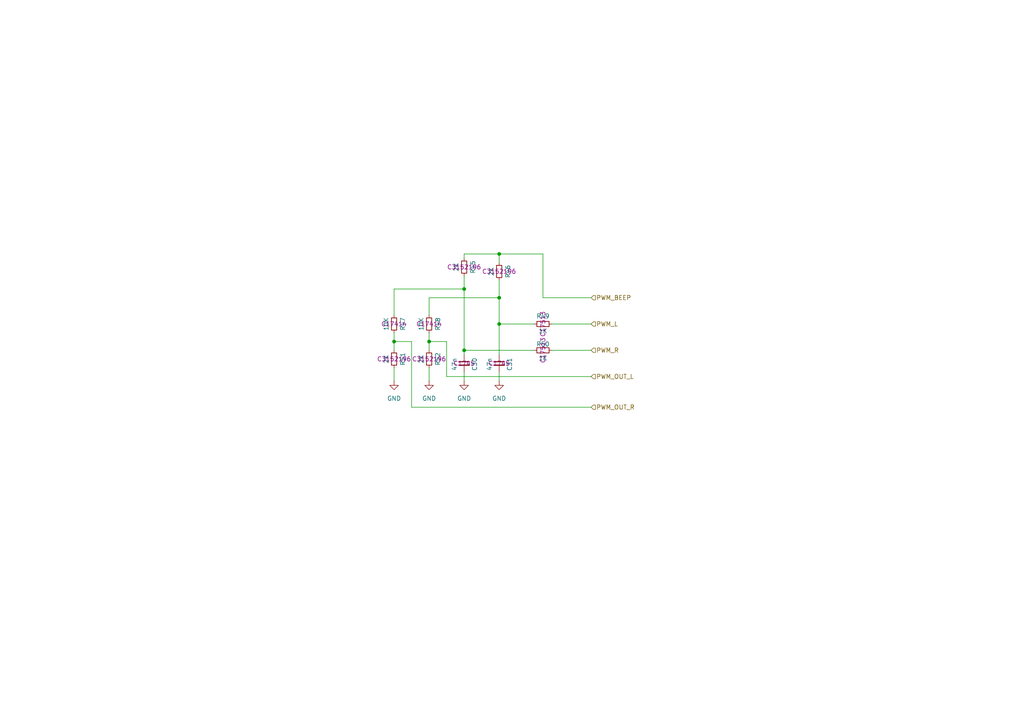
<source format=kicad_sch>
(kicad_sch (version 20250114) (generator "eeschema") (generator_version "9.0")
  (paper "A4")
  (title_block (title "MiniFRANK RM24") (date "2025-04-09") (rev "${VERSION}") (company "Mikhail Matveev") (comment 1 "https://github.com/xtremespb/frank"))
  (lib_symbols
    (symbol "Device:C_Small" (pin_numbers (hide yes)) (pin_names (offset 0.254) (hide yes))
      (property "Reference" "C" (at 0.254 1.778 0))
      (property "Value" "C_Small" (at 0.254 -2.032 0))
      (symbol "C_Small_0_1"
        (polyline (pts (xy -1.524 0.508) (xy 1.524 0.508)) (stroke (width 0.3048)))
        (polyline (pts (xy -1.524 -0.508) (xy 1.524 -0.508)) (stroke (width 0.3302)))
      )
      (symbol "C_Small_1_1"
        (pin passive line (at 0 2.54 270) (length 2.032) (name "~") (number "1"))
        (pin passive line (at 0 -2.54 90) (length 2.032) (name "~") (number "2"))
      )
    )
    (symbol "Device:R_Small" (pin_numbers (hide yes)) (pin_names (offset 0.254) (hide yes))
      (property "Reference" "R" (at 0.762 0.508 0))
      (property "Value" "R_Small" (at 0.762 -1.016 0))
      (symbol "R_Small_0_1"
        (rectangle (start -0.762 1.778) (end 0.762 -1.778) (stroke (width 0.2032)))
      )
      (symbol "R_Small_1_1"
        (pin passive line (at 0 2.54 270) (length 0.762) (name "~") (number "1"))
        (pin passive line (at 0 -2.54 90) (length 0.762) (name "~") (number "2"))
      )
    )
    (symbol "power:GND" (power) (pin_numbers (hide yes)) (pin_names (offset 0) (hide yes))
      (property "Value" "GND" (at 0 -3.81 0))
      (symbol "GND_0_1"
        (polyline (pts (xy 0 0) (xy 0 -1.27) (xy 1.27 -1.27) (xy 0 -2.54) (xy -1.27 -1.27) (xy 0 -1.27)))
      )
      (symbol "GND_1_1"
        (pin power_in line (at 0 0 270) (length 0) (name "~") (number "1"))
      )
    )
  )
  (junction (at 134.62 101.6))
  (junction (at 144.78 73.66))
  (junction (at 134.62 83.82))
  (junction (at 144.78 86.36))
  (junction (at 124.46 99.06))
  (junction (at 114.3 99.06))
  (junction (at 144.78 93.98))
  (wire (pts (xy 144.78 86.36) (xy 144.78 93.98)))
  (wire (pts (xy 119.38 118.11) (xy 171.45 118.11)))
  (wire (pts (xy 160.02 101.6) (xy 171.45 101.6)))
  (wire (pts (xy 119.38 99.06) (xy 119.38 118.11)))
  (wire (pts (xy 134.62 107.95) (xy 134.62 110.49)))
  (wire (pts (xy 134.62 101.6) (xy 154.94 101.6)))
  (wire (pts (xy 124.46 99.06) (xy 124.46 101.6)))
  (wire (pts (xy 134.62 73.66) (xy 144.78 73.66)))
  (wire (pts (xy 157.48 86.36) (xy 171.45 86.36)))
  (wire (pts (xy 114.3 106.68) (xy 114.3 110.49)))
  (wire (pts (xy 144.78 73.66) (xy 157.48 73.66)))
  (wire (pts (xy 144.78 86.36) (xy 124.46 86.36)))
  (wire (pts (xy 114.3 99.06) (xy 114.3 101.6)))
  (wire (pts (xy 157.48 73.66) (xy 157.48 86.36)))
  (wire (pts (xy 144.78 76.2) (xy 144.78 73.66)))
  (wire (pts (xy 160.02 93.98) (xy 171.45 93.98)))
  (wire (pts (xy 124.46 106.68) (xy 124.46 110.49)))
  (wire (pts (xy 129.54 99.06) (xy 129.54 109.22)))
  (wire (pts (xy 124.46 99.06) (xy 129.54 99.06)))
  (wire (pts (xy 134.62 80.01) (xy 134.62 83.82)))
  (wire (pts (xy 134.62 83.82) (xy 134.62 101.6)))
  (wire (pts (xy 144.78 81.28) (xy 144.78 86.36)))
  (wire (pts (xy 134.62 74.93) (xy 134.62 73.66)))
  (wire (pts (xy 124.46 86.36) (xy 124.46 91.44)))
  (wire (pts (xy 129.54 109.22) (xy 171.45 109.22)))
  (wire (pts (xy 144.78 93.98) (xy 154.94 93.98)))
  (wire (pts (xy 144.78 107.95) (xy 144.78 110.49)))
  (wire (pts (xy 134.62 101.6) (xy 134.62 102.87)))
  (wire (pts (xy 114.3 96.52) (xy 114.3 99.06)))
  (wire (pts (xy 114.3 99.06) (xy 119.38 99.06)))
  (wire (pts (xy 114.3 83.82) (xy 134.62 83.82)))
  (wire (pts (xy 124.46 96.52) (xy 124.46 99.06)))
  (wire (pts (xy 114.3 91.44) (xy 114.3 83.82)))
  (wire (pts (xy 144.78 93.98) (xy 144.78 102.87)))
  (hierarchical_label "PWM_OUT_L" (shape input) (at 171.45 109.22 0))
  (hierarchical_label "PWM_L" (shape input) (at 171.45 93.98 0))
  (hierarchical_label "PWM_BEEP" (shape input) (at 171.45 86.36 0))
  (hierarchical_label "PWM_OUT_R" (shape input) (at 171.45 118.11 0))
  (hierarchical_label "PWM_R" (shape input) (at 171.45 101.6 0))
  (symbol (lib_id "Device:R_Small") (at 157.48 93.98 90) (unit 1)
    (property "Reference" "R49" (at 157.48 91.694 90))
    (property "Value" "1K" (at 157.48 96.012 90))
    (property "Footprint" "FRANK:Resistor (0805)" (effects (hide yes)))
    (property "Datasheet" "https://www.vishay.com/docs/28952/mcs0402at-mct0603at-mcu0805at-mca1206at.pdf" (effects (hide yes)))
    (property "Description" "Resistor, small symbol" (effects (hide yes)))
    (property "AliExpress" "https://www.aliexpress.com/item/1005005945735199.html" (effects (hide yes)))
    (property "LCSC" "C17513" (at 157.48 93.98 0))
  )
  (symbol (lib_id "Device:R_Small") (at 157.48 101.6 90) (unit 1)
    (property "Reference" "R50" (at 157.48 99.822 90))
    (property "Value" "1K" (at 157.48 103.886 90))
    (property "Footprint" "FRANK:Resistor (0805)" (effects (hide yes)))
    (property "Datasheet" "https://www.vishay.com/docs/28952/mcs0402at-mct0603at-mcu0805at-mca1206at.pdf" (effects (hide yes)))
    (property "Description" "Resistor, small symbol" (effects (hide yes)))
    (property "AliExpress" "https://www.aliexpress.com/item/1005005945735199.html" (effects (hide yes)))
    (property "LCSC" "C17513" (at 157.48 101.6 0))
  )
  (symbol (lib_id "Device:R_Small") (at 144.78 78.74 0) (unit 1)
    (property "Reference" "R46" (at 147.32 78.74 90))
    (property "Value" "2K" (at 142.494 78.74 90))
    (property "Footprint" "FRANK:Resistor (0805)" (effects (hide yes)))
    (property "Datasheet" "https://www.vishay.com/docs/28952/mcs0402at-mct0603at-mcu0805at-mca1206at.pdf" (effects (hide yes)))
    (property "Description" "Resistor, small symbol" (effects (hide yes)))
    (property "AliExpress" "https://www.aliexpress.com/item/1005005945735199.html" (effects (hide yes)))
    (property "LCSC" "C3152196" (at 144.78 78.74 0))
  )
  (symbol (lib_id "Device:R_Small") (at 134.62 77.47 0) (unit 1)
    (property "Reference" "R45" (at 137.16 77.47 90))
    (property "Value" "2K" (at 132.334 77.47 90))
    (property "Footprint" "FRANK:Resistor (0805)" (effects (hide yes)))
    (property "Datasheet" "https://www.vishay.com/docs/28952/mcs0402at-mct0603at-mcu0805at-mca1206at.pdf" (effects (hide yes)))
    (property "Description" "Resistor, small symbol" (effects (hide yes)))
    (property "AliExpress" "https://www.aliexpress.com/item/1005005945735199.html" (effects (hide yes)))
    (property "LCSC" "C3152196" (at 134.62 77.47 0))
  )
  (symbol (lib_id "Device:C_Small") (at 134.62 105.41 0) (unit 1)
    (property "Reference" "C30" (at 137.668 105.664 90))
    (property "Value" "47n" (at 131.826 105.664 90))
    (property "Footprint" "FRANK:Capacitor (0805)" (effects (hide yes)))
    (property "Datasheet" "https://eu.mouser.com/datasheet/2/40/KGM_X7R-3223212.pdf" (effects (hide yes)))
    (property "Description" "Unpolarized capacitor, small symbol" (effects (hide yes)))
    (property "AliExpress" "https://www.aliexpress.com/item/33008008276.html" (effects (hide yes)))
    (property "LCSC" "C1745" (at 134.62 105.41 0))
  )
  (symbol (lib_id "power:GND") (at 134.62 110.49 0) (unit 1)
    (property "Reference" "#PWR073" (effects (hide yes)))
    (property "Value" "GND" (at 134.62 115.57 0))
    (property "Description" "Power symbol creates a global label with name \"GND\" , ground" (effects (hide yes)))
  )
  (symbol (lib_id "power:GND") (at 114.3 110.49 0) (unit 1)
    (property "Reference" "#PWR071" (effects (hide yes)))
    (property "Value" "GND" (at 114.3 115.57 0))
    (property "Description" "Power symbol creates a global label with name \"GND\" , ground" (effects (hide yes)))
  )
  (symbol (lib_id "Device:R_Small") (at 124.46 93.98 0) (unit 1)
    (property "Reference" "R48" (at 127 93.98 90))
    (property "Value" "10K" (at 122.174 93.98 90))
    (property "Footprint" "FRANK:Resistor (0805)" (effects (hide yes)))
    (property "Datasheet" "https://www.vishay.com/docs/28952/mcs0402at-mct0603at-mcu0805at-mca1206at.pdf" (effects (hide yes)))
    (property "Description" "Resistor, small symbol" (effects (hide yes)))
    (property "AliExpress" "https://www.aliexpress.com/item/1005005945735199.html" (effects (hide yes)))
    (property "LCSC" "C17414" (at 124.46 93.98 0))
  )
  (symbol (lib_id "Device:R_Small") (at 124.46 104.14 0) (unit 1)
    (property "Reference" "R52" (at 127 104.14 90))
    (property "Value" "2K" (at 122.174 104.14 90))
    (property "Footprint" "FRANK:Resistor (0805)" (effects (hide yes)))
    (property "Datasheet" "https://www.vishay.com/docs/28952/mcs0402at-mct0603at-mcu0805at-mca1206at.pdf" (effects (hide yes)))
    (property "Description" "Resistor, small symbol" (effects (hide yes)))
    (property "AliExpress" "https://www.aliexpress.com/item/1005005945735199.html" (effects (hide yes)))
    (property "LCSC" "C3152196" (at 124.46 104.14 0))
  )
  (symbol (lib_id "Device:R_Small") (at 114.3 104.14 0) (unit 1)
    (property "Reference" "R51" (at 116.84 104.14 90))
    (property "Value" "2K" (at 112.014 104.14 90))
    (property "Footprint" "FRANK:Resistor (0805)" (effects (hide yes)))
    (property "Datasheet" "https://www.vishay.com/docs/28952/mcs0402at-mct0603at-mcu0805at-mca1206at.pdf" (effects (hide yes)))
    (property "Description" "Resistor, small symbol" (effects (hide yes)))
    (property "AliExpress" "https://www.aliexpress.com/item/1005005945735199.html" (effects (hide yes)))
    (property "LCSC" "C3152196" (at 114.3 104.14 0))
  )
  (symbol (lib_id "power:GND") (at 124.46 110.49 0) (unit 1)
    (property "Reference" "#PWR072" (effects (hide yes)))
    (property "Value" "GND" (at 124.46 115.57 0))
    (property "Description" "Power symbol creates a global label with name \"GND\" , ground" (effects (hide yes)))
  )
  (symbol (lib_id "Device:C_Small") (at 144.78 105.41 0) (unit 1)
    (property "Reference" "C31" (at 147.828 105.664 90))
    (property "Value" "47n" (at 141.986 105.664 90))
    (property "Footprint" "FRANK:Capacitor (0805)" (effects (hide yes)))
    (property "Datasheet" "https://eu.mouser.com/datasheet/2/40/KGM_X7R-3223212.pdf" (effects (hide yes)))
    (property "Description" "Unpolarized capacitor, small symbol" (effects (hide yes)))
    (property "AliExpress" "https://www.aliexpress.com/item/33008008276.html" (effects (hide yes)))
    (property "LCSC" "C1745" (at 144.78 105.41 0))
  )
  (symbol (lib_id "power:GND") (at 144.78 110.49 0) (unit 1)
    (property "Reference" "#PWR074" (effects (hide yes)))
    (property "Value" "GND" (at 144.78 115.57 0))
    (property "Description" "Power symbol creates a global label with name \"GND\" , ground" (effects (hide yes)))
  )
  (symbol (lib_id "Device:R_Small") (at 114.3 93.98 0) (unit 1)
    (property "Reference" "R47" (at 116.84 93.98 90))
    (property "Value" "10K" (at 112.014 93.98 90))
    (property "Footprint" "FRANK:Resistor (0805)" (effects (hide yes)))
    (property "Datasheet" "https://www.vishay.com/docs/28952/mcs0402at-mct0603at-mcu0805at-mca1206at.pdf" (effects (hide yes)))
    (property "Description" "Resistor, small symbol" (effects (hide yes)))
    (property "AliExpress" "https://www.aliexpress.com/item/1005005945735199.html" (effects (hide yes)))
    (property "LCSC" "C17414" (at 114.3 93.98 0))
  )
)
</source>
